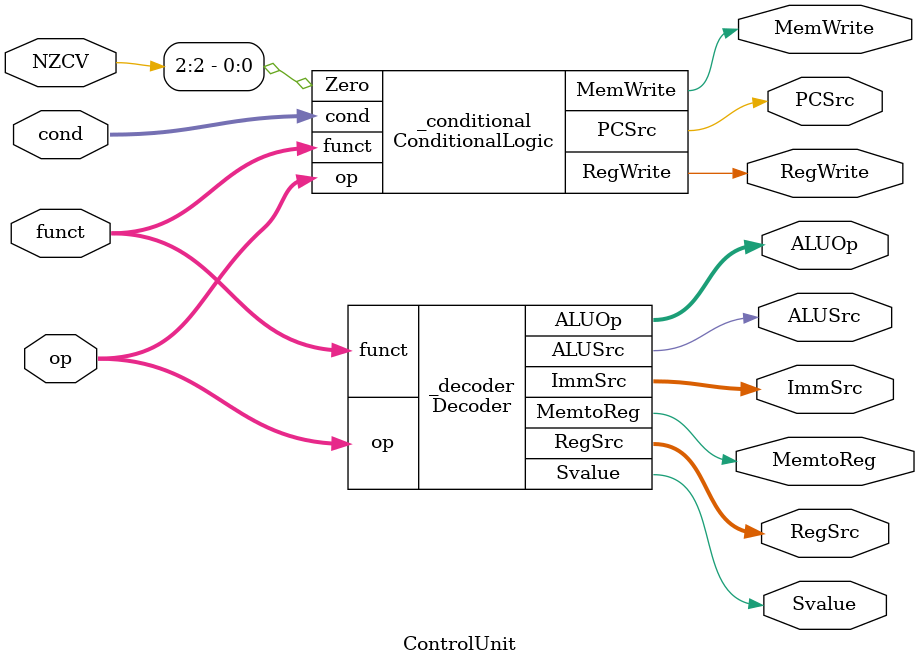
<source format=v>
module Decoder (
	//TODO: Write input and output parameters
	input [1:0] op,
	input [5:0] funct,
	output reg MemtoReg,
	output reg ALUSrc,
	output reg [1:0] ImmSrc,
	output reg [1:0] RegSrc,
	output reg [3:0] ALUOp,
	output reg Svalue
	);
	
	always @(*)
	//TODO: Write code for decoder
	/* 
	(1) Data processing instruction 
	(2) Load, Store instruction
	(3) Branch instruction
	*/	
	
    /* 
	-----------------------------------
	   Data processing (Page 10/60  in arm_inst_set_manual2.pdf)
	   funct[5]:Immediate Operand.        0 = source operand is a register.  1 = Unsigned 8 bit immediate value
	   funct[0]:Set condition codes.      0 = do not alter condition codes.  1 = set condition codes.
	
        (From slides. Single-Cycle ARM Processor Design 2nd Term Project Single-cycle Processor)
		RegSrc[0] = “0” : ADD, SUB, CMP, MOV, LDR, STR
			Using Register[inst(19:16)]
		RegSrc[0] = “1” : B, BL
			Using Register[15] for calculating branch target address
		
	-----------------------------------
	   LDR/STR (Page 26/60  in arm_inst_set_manual2.pdf)
	   funct[5]:Immediate Operand.   0 = source operand is a register.  1 = Unsigned 12 bit immediate offset
	   funct[3]:Up/Down bit.         0 = down; subtract offset from base.   1 = up; add offset to base. 
	   
	   funct[0]:Load/Store bit.      0 = Store to memory. 1 = Load from memory.
				Svalue is the bit which is used for distinguishing LDR and STR instruction. 
	-----------------------------------
	   BL (Page 8/60  in arm_inst_set_manual2.pdf)
	   2’s complement 24 bit offset
	*/
	begin
		case (op)
		2'b00: begin // Data processing instruction
			MemtoReg = 1'b0;
			ALUOp = funct[4:1];
			Svalue = funct[0];
			ImmSrc = 2'b00; // Unsigned 8 bit immediate value
			ALUSrc = funct[5];	
			RegSrc = 2'b00; 
		end
		2'b01: begin  // Load, Store instruction
			MemtoReg = funct[0];
			ALUOp = funct[3] ? 4'b0100 : 4'b0010; // add/sub
			Svalue = funct[0];
			ImmSrc = 2'b01; // Unsigned 12 bit immediate offset	offset 
			ALUSrc = funct[5];
			RegSrc = 2'b00;
		end
		2'b10: begin  // Branch instruction
			MemtoReg = 1'b0;
			ALUOp = 4'b0100;
			Svalue = 1'b0;
			ImmSrc = 2'b10; // 2’s complement 24 bit offset
			ALUSrc = 1'b1;			
			RegSrc = 2'b01;
		end
		default: begin
			MemtoReg = 1'b0;
			ALUOp = 4'b0100;
			Svalue = 1'b0;
			ImmSrc = 2'b00;
			ALUSrc = 1'b0;			
			RegSrc = 2'b00;		
		end		
		endcase
	end
	
endmodule

module ConditionalLogic (
	//TODO: Write input and output parameters
	input [1:0] op,	
	input [5:0] funct,	
	input [3:0] cond,
	input Zero,
	output reg PCSrc,
	output reg RegWrite,
	output reg MemWrite
	);

	//TODO: Write code for the three cases like below
	/* 
	(1) Data processing instruction 
	(2) Load, Store instruction
	(3) Branch instruction
	*/	
	reg cond_true;
	always @(*)
	begin
		case(cond)
		4'b0000: cond_true = Zero;
		4'b0001: cond_true = ~Zero;
		default: cond_true = 1'b0;
		endcase
	end
	
	always @(*)
	begin
		case(op)
		2'b00: begin // Data processing instruction 
			PCSrc = 1'b0;
			MemWrite = 1'b0;
			RegWrite = cond_true & (funct[4:1] != 4'b1010); // Except CMP
		end
		2'b01: begin  // Load, Store instruction
			PCSrc = 1'b0;
			RegWrite = cond_true & funct[0]; // Load.
			MemWrite = cond_true & (~funct[0]); // Store.
		end
		2'b10: begin  // Branch instruction
			PCSrc = cond_true;
			RegWrite = 1'b0;
			MemWrite = 1'b0;
		end
		default: begin
			PCSrc = 1'b0;
			RegWrite = 1'b0;
			MemWrite = 1'b0;		
		end
		endcase
	end	
	
endmodule

module ControlUnit(
	input[3:0] NZCV,
	input[3:0] cond,
	input[1:0] op,
	input[5:0] funct,
	output[3:0] ALUOp,
	output[1:0] ImmSrc,
	output[1:0] RegSrc,
	output PCSrc,
	output RegWrite,
	output MemWrite,
	output MemtoReg,
	output ALUSrc,
	output Svalue
	);
	Decoder _decoder(
		.op			(op),
		.funct		(funct),
		.MemtoReg	(MemtoReg),
		.ALUSrc		(ALUSrc),
		.ImmSrc		(ImmSrc),
		.RegSrc		(RegSrc),
		.ALUOp 		(ALUOp),
		.Svalue		(Svalue));
	ConditionalLogic _conditional(
		.op			(op),
		.funct		(funct),
		.cond		(cond),
		.Zero		(NZCV[2]),
		.PCSrc		(PCSrc),
		.RegWrite	(RegWrite),
		.MemWrite	(MemWrite));
endmodule

</source>
